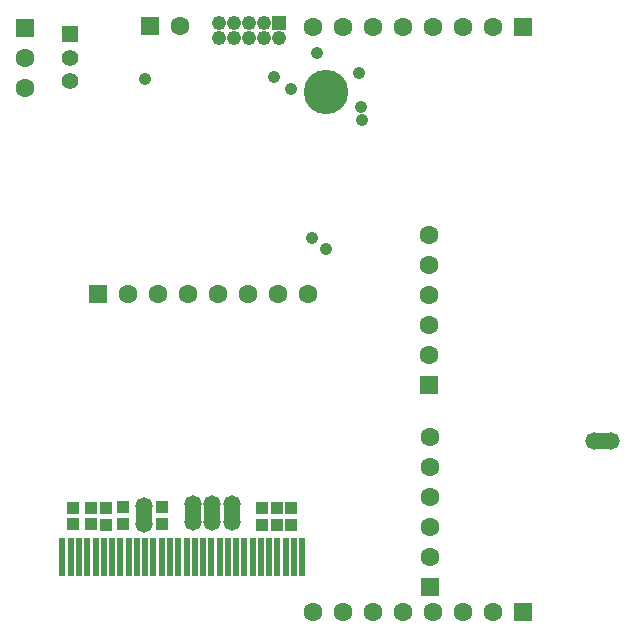
<source format=gbs>
G04 Layer_Color=16711935*
%FSLAX25Y25*%
%MOIN*%
G70*
G01*
G75*
%ADD44C,0.04100*%
%ADD61R,0.04147X0.03950*%
%ADD83C,0.14800*%
%ADD84C,0.06300*%
%ADD85R,0.06300X0.06300*%
%ADD86C,0.05524*%
%ADD87R,0.05524X0.05524*%
%ADD88R,0.06300X0.06300*%
%ADD89C,0.04900*%
%ADD90R,0.04900X0.04900*%
%ADD91R,0.05800X0.06300*%
%ADD92R,0.06300X0.05800*%
%ADD93C,0.05800*%
%ADD94R,0.02375X0.12611*%
D44*
X110900Y126400D02*
D03*
X106200Y130100D02*
D03*
X93773Y183900D02*
D03*
X108100Y191700D02*
D03*
X99400Y179768D02*
D03*
X121900Y185100D02*
D03*
X122500Y173885D02*
D03*
X123100Y169500D02*
D03*
X50602Y183100D02*
D03*
D61*
X56200Y34944D02*
D03*
Y40456D02*
D03*
X94481Y34544D02*
D03*
Y40056D02*
D03*
X43200Y34844D02*
D03*
Y40356D02*
D03*
X37600Y34544D02*
D03*
Y40056D02*
D03*
X26550Y40256D02*
D03*
Y34744D02*
D03*
X32500Y40256D02*
D03*
Y34744D02*
D03*
X89500Y34544D02*
D03*
Y40056D02*
D03*
X99381Y40056D02*
D03*
Y34544D02*
D03*
D83*
X111000Y178956D02*
D03*
D84*
X10500Y180000D02*
D03*
Y190000D02*
D03*
X106500Y200350D02*
D03*
X116500D02*
D03*
X126500D02*
D03*
X136500D02*
D03*
X146500D02*
D03*
X156500D02*
D03*
X166500D02*
D03*
X62300Y200700D02*
D03*
X106500Y5350D02*
D03*
X116500D02*
D03*
X126500D02*
D03*
X136500D02*
D03*
X146500D02*
D03*
X156500D02*
D03*
X166500D02*
D03*
X104900Y111400D02*
D03*
X94900D02*
D03*
X84900D02*
D03*
X74900D02*
D03*
X64900D02*
D03*
X54900D02*
D03*
X44900D02*
D03*
X145600Y63900D02*
D03*
Y53900D02*
D03*
Y33900D02*
D03*
Y23900D02*
D03*
Y43900D02*
D03*
X145400Y131000D02*
D03*
Y121000D02*
D03*
Y101000D02*
D03*
Y91000D02*
D03*
Y111000D02*
D03*
D85*
X10500Y200000D02*
D03*
X145600Y13900D02*
D03*
X145400Y81000D02*
D03*
D86*
X25600Y182426D02*
D03*
Y190300D02*
D03*
D87*
Y198174D02*
D03*
D88*
X176500Y200350D02*
D03*
X52300Y200700D02*
D03*
X176500Y5350D02*
D03*
X34900Y111400D02*
D03*
D89*
X95400Y196900D02*
D03*
X90400Y201900D02*
D03*
Y196900D02*
D03*
X85400Y201900D02*
D03*
Y196900D02*
D03*
X80400Y201900D02*
D03*
Y196900D02*
D03*
X75400Y201900D02*
D03*
Y196900D02*
D03*
D90*
X95400Y201900D02*
D03*
D91*
X66501Y38759D02*
D03*
X73051Y38759D02*
D03*
X50199Y37541D02*
D03*
X79599Y38241D02*
D03*
D92*
X202841Y62501D02*
D03*
D93*
X66500Y41400D02*
D03*
Y35600D02*
D03*
X73049Y41400D02*
D03*
Y35600D02*
D03*
X206000Y62500D02*
D03*
X200200D02*
D03*
X50200Y40700D02*
D03*
Y34900D02*
D03*
X79600Y41400D02*
D03*
Y35600D02*
D03*
D94*
X103061Y23928D02*
D03*
X100305D02*
D03*
X97549D02*
D03*
X94793D02*
D03*
X92037D02*
D03*
X89281D02*
D03*
X86525D02*
D03*
X83769D02*
D03*
X81013D02*
D03*
X78258D02*
D03*
X75502D02*
D03*
X72746D02*
D03*
X69990D02*
D03*
X67234D02*
D03*
X64478D02*
D03*
X61722D02*
D03*
X58966D02*
D03*
X56210D02*
D03*
X53454D02*
D03*
X50698D02*
D03*
X47943D02*
D03*
X45187D02*
D03*
X42431D02*
D03*
X39675D02*
D03*
X36919D02*
D03*
X34163D02*
D03*
X31407D02*
D03*
X28651D02*
D03*
X25895D02*
D03*
X23139D02*
D03*
M02*

</source>
